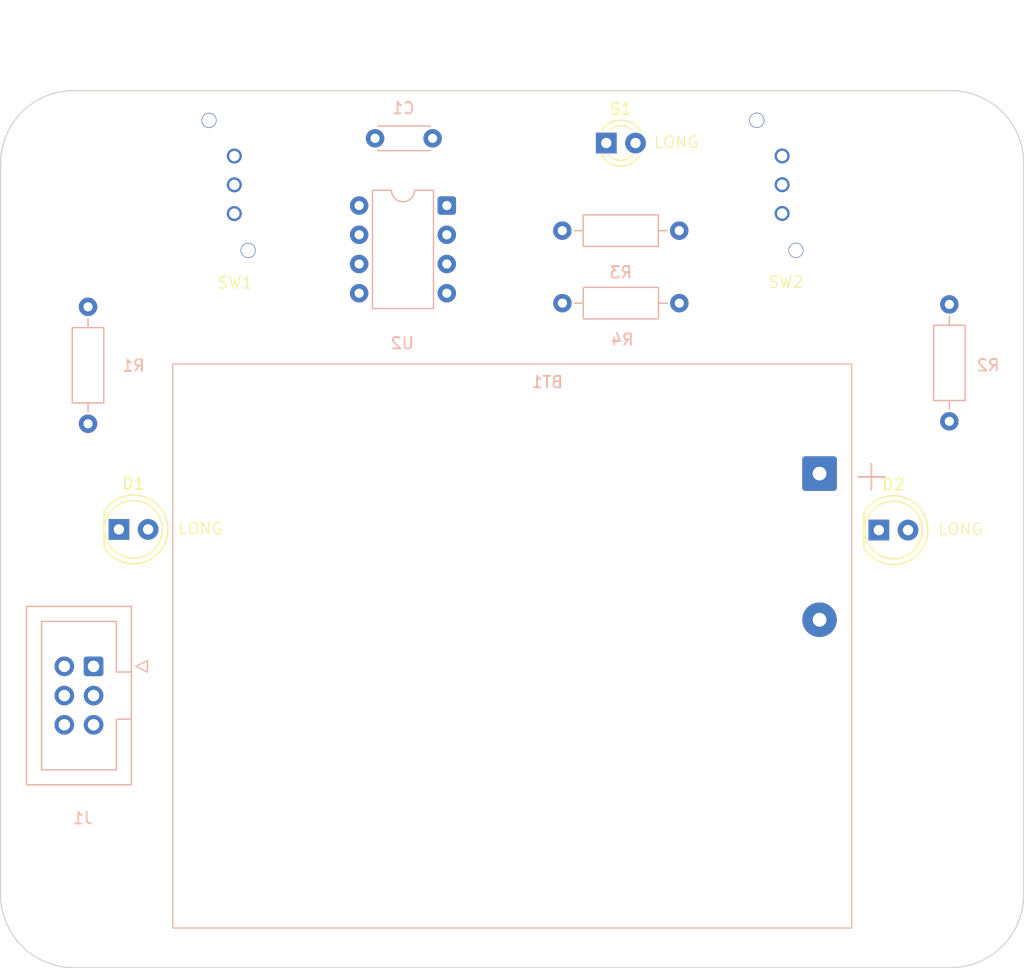
<source format=kicad_pcb>
(kicad_pcb (version 20241229) (generator "pcbnew") (generator_version "9.0")
  (layers (0 "F.Cu" signal) (2 "B.Cu" signal) (13 "F.Paste" user) (15 "B.Paste" user) (5 "F.SilkS" user "F.Silkscreen") (7 "B.SilkS" user "B.Silkscreen") (1 "F.Mask" user) (3 "B.Mask" user) (25 "Edge.Cuts" user))
  (net 0 "")
  (net 1 "GND")
  (net 2 "Net-(BT1-+)")
  (net 3 "VCC")
  (net 4 "Net-(D1-A)")
  (net 5 "/MISO")
  (net 6 "/~{RST}")
  (net 7 "/SCK")
  (net 8 "/MOSI")
  (net 9 "Net-(U2-XTAL1{slash}PB3)")
  (net 10 "Net-(U2-XTAL2{slash}PB4)")
  (net 11 "Net-(D2-A)")
  (footprint "GS_Parts:LED_D5.0mm" (layer "F.Cu") (at 25.83 60.03)
    (property "Reference" "D1" (at 1.27 -3.96 0) (layer "F.SilkS"))
    (property "Value" "LED, QBL8XX60Y Series")
    (fp_line (start -1.29 -1.545) (end -1.29 1.545) (stroke (width 0.12)) (layer "F.SilkS"))
    (fp_arc (start -1.29 -1.54483) (mid 2.071779 -2.880495) (end 4.26 0) (stroke (width 0.12)) (layer "F.SilkS"))
    (fp_arc (start 4.26 0) (mid 2.071779 2.880495) (end -1.29 1.54483) (stroke (width 0.12)) (layer "F.SilkS"))
    (fp_circle (center 1.27 0) (end 3.77 0) (stroke (width 0.12)) (fill no) (layer "F.SilkS"))
    (fp_text user "LONG" (at 5.08 0.508 0) (layer "F.SilkS") (effects (font (thickness 0.1)) (justify left bottom)))
    (pad "1" thru_hole rect (at 0 0) (size 1.8 1.8) (drill 0.9) (layers "*.Cu" "*.Mask") (net 1 "GND"))
    (pad "2" thru_hole circle (at 2.54 0) (size 1.8 1.8) (drill 0.9) (layers "*.Cu" "*.Mask") (net 4 "Net-(D1-A)"))
  )
  (footprint "MountingHole:MountingHole_4.3mm_M4" (layer "F.Cu") (at 20.63 26.98 90)
    (property "Reference" "H2" (hide yes))
    (property "Value" "MountingHole")
    (pad "" np_thru_hole circle (at 0 0 90) (size 4.3 4.3) (drill 4.3) (layers "*.Cu" "*.Mask"))
  )
  (footprint "GS_Parts:THT_TEPT4400" (layer "F.Cu") (at 68.18 26.46)
    (property "Reference" "S1" (at 1.27 -2.96 0) (layer "F.SilkS"))
    (property "Value" "TEPT 4400")
    (fp_line (start -0.29 -1.236) (end -0.29 -1.08) (stroke (width 0.12)) (layer "F.SilkS"))
    (fp_line (start -0.29 1.08) (end -0.29 1.236) (stroke (width 0.12)) (layer "F.SilkS"))
    (fp_arc (start -0.29 -1.235516) (mid 1.36566 -1.987699) (end 2.941437 -1.08) (stroke (width 0.12)) (layer "F.SilkS"))
    (fp_arc (start 0.229039 -1.08) (mid 1.27 -1.5) (end 2.310961 -1.08) (stroke (width 0.12)) (layer "F.SilkS"))
    (fp_arc (start 2.310961 1.08) (mid 1.27 1.5) (end 0.229039 1.08) (stroke (width 0.12)) (layer "F.SilkS"))
    (fp_arc (start 2.941437 1.08) (mid 1.36566 1.987699) (end -0.29 1.235516) (stroke (width 0.12)) (layer "F.SilkS"))
    (fp_text user "LONG" (at 4.064 0.508 0) (layer "F.SilkS") (effects (font (thickness 0.1)) (justify left bottom)))
    (pad "1" thru_hole rect (at 0 0) (size 1.8 1.8) (drill 0.9) (layers "*.Cu" "*.Mask") (net 5 "/MISO"))
    (pad "2" thru_hole circle (at 2.54 0) (size 1.8 1.8) (drill 0.9) (layers "*.Cu" "*.Mask") (net 1 "GND"))
  )
  (footprint "GS_Parts:LC 1258" (layer "F.Cu") (at 83.46 30.08 90)
    (property "Reference" "SW2" (at -8.46 0.33 0) (layer "F.SilkS") (effects (font (thickness 0.1))))
    (property "Value" "SW_SPST")
    (pad "" np_thru_hole circle (at -5.7 1.2 90) (size 1.3 1.3) (drill 1.2) (layers "*.Cu" "*.Mask"))
    (pad "" np_thru_hole circle (at 5.6 -2.2 90) (size 1.3 1.3) (drill 1.2) (layers "*.Cu" "*.Mask"))
    (pad "1" thru_hole circle (at 0 0 90) (size 1.3 1.3) (drill 0.9) (layers "*.Cu" "*.Mask") (net 2 "Net-(BT1-+)"))
    (pad "2" thru_hole circle (at 2.5 0 90) (size 1.3 1.3) (drill 0.9) (layers "*.Cu" "*.Mask") (net 3 "VCC"))
    (pad "3" thru_hole circle (at -2.5 0 90) (size 1.3 1.3) (drill 0.9) (layers "*.Cu" "*.Mask"))
  )
  (footprint "MountingHole:MountingHole_4.3mm_M4" (layer "F.Cu") (at 99.37 93.02 90)
    (property "Reference" "H4" (hide yes))
    (property "Value" "MountingHole")
    (pad "" np_thru_hole circle (at 0 0 90) (size 4.3 4.3) (drill 4.3) (layers "*.Cu" "*.Mask"))
  )
  (footprint "MountingHole:MountingHole_4.3mm_M4" (layer "F.Cu") (at 99.37 26.98 90)
    (property "Reference" "H3" (hide yes))
    (property "Value" "MountingHole")
    (pad "" np_thru_hole circle (at 0 0 90) (size 4.3 4.3) (drill 4.3) (layers "*.Cu" "*.Mask"))
  )
  (footprint "GS_Parts:LED_D5.0mm" (layer "F.Cu") (at 91.86 60.09)
    (property "Reference" "D2" (at 1.27 -3.96 0) (layer "F.SilkS"))
    (property "Value" "LED, QBL8XX60Y Series")
    (fp_line (start -1.29 -1.545) (end -1.29 1.545) (stroke (width 0.12)) (layer "F.SilkS"))
    (fp_arc (start -1.29 -1.54483) (mid 2.071779 -2.880495) (end 4.26 0) (stroke (width 0.12)) (layer "F.SilkS"))
    (fp_arc (start 4.26 0) (mid 2.071779 2.880495) (end -1.29 1.54483) (stroke (width 0.12)) (layer "F.SilkS"))
    (fp_circle (center 1.27 0) (end 3.77 0) (stroke (width 0.12)) (fill no) (layer "F.SilkS"))
    (fp_text user "LONG" (at 5.08 0.508 0) (layer "F.SilkS") (effects (font (thickness 0.1)) (justify left bottom)))
    (pad "1" thru_hole rect (at 0 0) (size 1.8 1.8) (drill 0.9) (layers "*.Cu" "*.Mask") (net 1 "GND"))
    (pad "2" thru_hole circle (at 2.54 0) (size 1.8 1.8) (drill 0.9) (layers "*.Cu" "*.Mask") (net 11 "Net-(D2-A)"))
  )
  (footprint "GS_Parts:LC 1258" (layer "F.Cu") (at 35.86 30.09 90)
    (property "Reference" "SW1" (at -8.51 0.05 0) (layer "F.SilkS") (effects (font (thickness 0.1))))
    (property "Value" "SW_Push")
    (pad "" np_thru_hole circle (at -5.7 1.2 90) (size 1.3 1.3) (drill 1.2) (layers "*.Cu" "*.Mask"))
    (pad "" np_thru_hole circle (at 5.6 -2.2 90) (size 1.3 1.3) (drill 1.2) (layers "*.Cu" "*.Mask"))
    (pad "1" thru_hole circle (at 0 0 90) (size 1.3 1.3) (drill 0.9) (layers "*.Cu" "*.Mask") (net 8 "/MOSI"))
    (pad "2" thru_hole circle (at 2.5 0 90) (size 1.3 1.3) (drill 0.9) (layers "*.Cu" "*.Mask") (net 1 "GND"))
    (pad "3" thru_hole circle (at -2.5 0 90) (size 1.3 1.3) (drill 0.9) (layers "*.Cu" "*.Mask"))
  )
  (footprint "MountingHole:MountingHole_4.3mm_M4" (layer "F.Cu") (at 20.63 93.02 90)
    (property "Reference" "H1" (hide yes))
    (property "Value" "MountingHole")
    (pad "" np_thru_hole circle (at 0 0 90) (size 4.3 4.3) (drill 4.3) (layers "*.Cu" "*.Mask"))
  )
  (footprint "GS_Parts:BatteryHolder_Keystone_2464" (layer "B.Cu") (at 86.71 55.18 180)
    (property "Reference" "BT1" (at 23.66 7.95 0) (layer "B.SilkS") (effects (justify mirror)))
    (property "Value" "Battery")
    (fp_rect (start -2.8 9.514) (end 56.2 -39.486) (stroke (width 0.1)) (fill no) (layer "B.SilkS"))
    (fp_text user "+" (at -4.5 -0.05 0) (layer "B.SilkS") (effects (font (size 3 3)) (justify mirror)))
    (pad "" np_thru_hole circle (at 26.7 -30 180) (size 3.45 3.45) (drill 3.5) (layers "*.Cu" "*.Mask"))
    (pad "" np_thru_hole circle (at 26.7 0 180) (size 3.45 3.45) (drill 3.5) (layers "*.Cu" "*.Mask"))
    (pad "1" thru_hole roundrect (at 0 0 180) (size 3 3) (drill 1.2) (layers "*.Cu" "*.Mask") (roundrect_rratio 0.083333) (net 2 "Net-(BT1-+)"))
    (pad "2" thru_hole circle (at 0 -12.7 180) (size 3 3) (drill 1.2) (layers "*.Cu" "*.Mask") (net 1 "GND"))
  )
  (footprint "Package_DIP:DIP-8_W7.62mm" (layer "B.Cu") (at 54.325 31.89 180)
    (property "Reference" "U2" (at 3.865 -11.96 0) (layer "B.SilkS") (effects (justify mirror)))
    (property "Value" "ATtiny85V-10P")
    (fp_line (start 6.46 1.33) (end 4.81 1.33) (stroke (width 0.12)) (layer "B.SilkS"))
    (fp_line (start 6.46 -8.95) (end 6.46 1.33) (stroke (width 0.12)) (layer "B.SilkS"))
    (fp_line (start 2.81 1.33) (end 1.16 1.33) (stroke (width 0.12)) (layer "B.SilkS"))
    (fp_line (start 1.16 1.33) (end 1.16 -8.95) (stroke (width 0.12)) (layer "B.SilkS"))
    (fp_line (start 1.16 -8.95) (end 6.46 -8.95) (stroke (width 0.12)) (layer "B.SilkS"))
    (fp_arc (start 2.81 1.33) (mid 3.81 0.33) (end 4.81 1.33) (stroke (width 0.12)) (layer "B.SilkS"))
    (pad "1" thru_hole roundrect (at 0 0 180) (size 1.6 1.6) (drill 0.8) (layers "*.Cu" "*.Mask") (roundrect_rratio 0.15625) (net 6 "/~{RST}"))
    (pad "2" thru_hole circle (at 0 -2.54 180) (size 1.6 1.6) (drill 0.8) (layers "*.Cu" "*.Mask") (net 9 "Net-(U2-XTAL1{slash}PB3)"))
    (pad "3" thru_hole circle (at 0 -5.08 180) (size 1.6 1.6) (drill 0.8) (layers "*.Cu" "*.Mask") (net 10 "Net-(U2-XTAL2{slash}PB4)"))
    (pad "4" thru_hole circle (at 0 -7.62 180) (size 1.6 1.6) (drill 0.8) (layers "*.Cu" "*.Mask") (net 1 "GND"))
    (pad "5" thru_hole circle (at 7.62 -7.62 180) (size 1.6 1.6) (drill 0.8) (layers "*.Cu" "*.Mask") (net 8 "/MOSI"))
    (pad "6" thru_hole circle (at 7.62 -5.08 180) (size 1.6 1.6) (drill 0.8) (layers "*.Cu" "*.Mask") (net 5 "/MISO"))
    (pad "7" thru_hole circle (at 7.62 -2.54 180) (size 1.6 1.6) (drill 0.8) (layers "*.Cu" "*.Mask") (net 7 "/SCK"))
    (pad "8" thru_hole circle (at 7.62 0 180) (size 1.6 1.6) (drill 0.8) (layers "*.Cu" "*.Mask") (net 3 "VCC"))
  )
  (footprint "Resistor_THT:R_Axial_DIN0207_L6.3mm_D2.5mm_P10.16mm_Horizontal" (layer "B.Cu") (at 64.37 40.37)
    (property "Reference" "R4" (at 5.2 3.18 0) (layer "B.SilkS") (effects (justify mirror)))
    (property "Value" "R_US")
    (fp_line (start 1.04 0) (end 1.81 0) (stroke (width 0.12)) (layer "B.SilkS"))
    (fp_line (start 9.12 0) (end 8.35 0) (stroke (width 0.12)) (layer "B.SilkS"))
    (fp_rect (start 1.81 1.37) (end 8.35 -1.37) (stroke (width 0.12)) (fill no) (layer "B.SilkS"))
    (pad "1" thru_hole circle (at 0 0) (size 1.6 1.6) (drill 0.8) (layers "*.Cu" "*.Mask") (net 6 "/~{RST}"))
    (pad "2" thru_hole circle (at 10.16 0) (size 1.6 1.6) (drill 0.8) (layers "*.Cu" "*.Mask") (net 3 "VCC"))
  )
  (footprint "Capacitor_THT:C_Disc_D4.3mm_W1.9mm_P5.00mm" (layer "B.Cu") (at 48.09 26.05)
    (property "Reference" "C1" (at 2.46 -2.62 0) (layer "B.SilkS") (effects (justify mirror)))
    (property "Value" ".1 uf")
    (fp_line (start 0.23 1.014) (end 0.23 1.07) (stroke (width 0.12)) (layer "B.SilkS"))
    (fp_line (start 0.23 1.07) (end 4.77 1.07) (stroke (width 0.12)) (layer "B.SilkS"))
    (fp_line (start 4.77 -1.07) (end 0.23 -1.07) (stroke (width 0.12)) (layer "B.SilkS"))
    (fp_line (start 4.77 -1.014) (end 4.77 -1.07) (stroke (width 0.12)) (layer "B.SilkS"))
    (pad "1" thru_hole circle (at 0 0) (size 1.6 1.6) (drill 0.8) (layers "*.Cu" "*.Mask") (net 3 "VCC"))
    (pad "2" thru_hole circle (at 5 0) (size 1.6 1.6) (drill 0.8) (layers "*.Cu" "*.Mask") (net 1 "GND"))
  )
  (footprint "Resistor_THT:R_Axial_DIN0207_L6.3mm_D2.5mm_P10.16mm_Horizontal" (layer "B.Cu") (at 97.99 50.64 90)
    (property "Reference" "R2" (at 4.87 3.37 0) (layer "B.SilkS") (effects (justify mirror)))
    (property "Value" "91 Ohms")
    (fp_line (start 9.12 0) (end 8.35 0) (stroke (width 0.12)) (layer "B.SilkS"))
    (fp_line (start 1.04 0) (end 1.81 0) (stroke (width 0.12)) (layer "B.SilkS"))
    (fp_rect (start 1.81 1.37) (end 8.35 -1.37) (stroke (width 0.12)) (fill no) (layer "B.SilkS"))
    (pad "1" thru_hole circle (at 0 0 90) (size 1.6 1.6) (drill 0.8) (layers "*.Cu" "*.Mask") (net 11 "Net-(D2-A)"))
    (pad "2" thru_hole circle (at 10.16 0 90) (size 1.6 1.6) (drill 0.8) (layers "*.Cu" "*.Mask") (net 10 "Net-(U2-XTAL2{slash}PB4)"))
  )
  (footprint "Resistor_THT:R_Axial_DIN0207_L6.3mm_D2.5mm_P10.16mm_Horizontal" (layer "B.Cu") (at 74.52 34.07 180)
    (property "Reference" "R3" (at 5.08 -3.63 0) (layer "B.SilkS") (effects (justify mirror)))
    (property "Value" "10K")
    (fp_line (start 9.12 0) (end 8.35 0) (stroke (width 0.12)) (layer "B.SilkS"))
    (fp_line (start 1.04 0) (end 1.81 0) (stroke (width 0.12)) (layer "B.SilkS"))
    (fp_rect (start 1.81 1.37) (end 8.35 -1.37) (stroke (width 0.12)) (fill no) (layer "B.SilkS"))
    (pad "1" thru_hole circle (at 0 0 180) (size 1.6 1.6) (drill 0.8) (layers "*.Cu" "*.Mask") (net 3 "VCC"))
    (pad "2" thru_hole circle (at 10.16 0 180) (size 1.6 1.6) (drill 0.8) (layers "*.Cu" "*.Mask") (net 5 "/MISO"))
  )
  (footprint "Resistor_THT:R_Axial_DIN0207_L6.3mm_D2.5mm_P10.16mm_Horizontal" (layer "B.Cu") (at 23.15 50.85 90)
    (property "Reference" "R1" (at 5.05 3.94 0) (layer "B.SilkS") (effects (justify mirror)))
    (property "Value" "91 Ohms")
    (fp_line (start 9.12 0) (end 8.35 0) (stroke (width 0.12)) (layer "B.SilkS"))
    (fp_line (start 1.04 0) (end 1.81 0) (stroke (width 0.12)) (layer "B.SilkS"))
    (fp_rect (start 1.81 1.37) (end 8.35 -1.37) (stroke (width 0.12)) (fill no) (layer "B.SilkS"))
    (pad "1" thru_hole circle (at 0 0 90) (size 1.6 1.6) (drill 0.8) (layers "*.Cu" "*.Mask") (net 4 "Net-(D1-A)"))
    (pad "2" thru_hole circle (at 10.16 0 90) (size 1.6 1.6) (drill 0.8) (layers "*.Cu" "*.Mask") (net 9 "Net-(U2-XTAL1{slash}PB3)"))
  )
  (footprint "Connector_IDC:IDC-Header_2x03_P2.54mm_Vertical" (layer "B.Cu") (at 23.63 71.93 180)
    (property "Reference" "J1" (at 0.94 -13.19 0) (layer "B.SilkS") (effects (justify mirror)))
    (property "Value" "AVR-ISP-6")
    (fp_line (start 5.83 5.21) (end 5.83 -10.29) (stroke (width 0.12)) (layer "B.SilkS"))
    (fp_line (start 5.83 -10.29) (end -3.29 -10.29) (stroke (width 0.12)) (layer "B.SilkS"))
    (fp_line (start 4.52 3.91) (end 4.52 -8.99) (stroke (width 0.12)) (layer "B.SilkS"))
    (fp_line (start 4.52 -8.99) (end -1.98 -8.99) (stroke (width 0.12)) (layer "B.SilkS"))
    (fp_line (start -1.98 3.91) (end 4.52 3.91) (stroke (width 0.12)) (layer "B.SilkS"))
    (fp_line (start -1.98 -0.49) (end -1.98 3.91) (stroke (width 0.12)) (layer "B.SilkS"))
    (fp_line (start -1.98 -4.59) (end -3.29 -4.59) (stroke (width 0.12)) (layer "B.SilkS"))
    (fp_line (start -1.98 -8.99) (end -1.98 -4.59) (stroke (width 0.12)) (layer "B.SilkS"))
    (fp_line (start -3.29 5.21) (end 5.83 5.21) (stroke (width 0.12)) (layer "B.SilkS"))
    (fp_line (start -3.29 -0.49) (end -1.98 -0.49) (stroke (width 0.12)) (layer "B.SilkS"))
    (fp_line (start -3.29 -10.29) (end -3.29 5.21) (stroke (width 0.12)) (layer "B.SilkS"))
    (fp_line (start -3.68 0) (end -4.68 0.5) (stroke (width 0.12)) (layer "B.SilkS"))
    (fp_line (start -4.68 0.5) (end -4.68 -0.5) (stroke (width 0.12)) (layer "B.SilkS"))
    (fp_line (start -4.68 -0.5) (end -3.68 0) (stroke (width 0.12)) (layer "B.SilkS"))
    (pad "1" thru_hole roundrect (at 0 0 180) (size 1.7 1.7) (drill 1) (layers "*.Cu" "*.Mask") (roundrect_rratio 0.147059) (net 5 "/MISO"))
    (pad "2" thru_hole circle (at 2.54 0 180) (size 1.7 1.7) (drill 1) (layers "*.Cu" "*.Mask") (net 3 "VCC"))
    (pad "3" thru_hole circle (at 0 -2.54 180) (size 1.7 1.7) (drill 1) (layers "*.Cu" "*.Mask") (net 7 "/SCK"))
    (pad "4" thru_hole circle (at 2.54 -2.54 180) (size 1.7 1.7) (drill 1) (layers "*.Cu" "*.Mask") (net 8 "/MOSI"))
    (pad "5" thru_hole circle (at 0 -5.08 180) (size 1.7 1.7) (drill 1) (layers "*.Cu" "*.Mask") (net 6 "/~{RST}"))
    (pad "6" thru_hole circle (at 2.54 -5.08 180) (size 1.7 1.7) (drill 1) (layers "*.Cu" "*.Mask") (net 1 "GND"))
  )
  (gr_line (start 15.55 28.25) (end 15.55 91.75) (stroke (width 0.1)) (layer "Edge.Cuts"))
  (gr_line (start 98.1 21.9) (end 21.9 21.9) (stroke (width 0.1)) (layer "Edge.Cuts"))
  (gr_arc (start 21.9 98.1) (mid 17.409872 96.240128) (end 15.55 91.75) (stroke (width 0.1)) (layer "Edge.Cuts"))
  (gr_arc (start 98.1 21.9) (mid 102.590128 23.759872) (end 104.45 28.25) (stroke (width 0.1)) (layer "Edge.Cuts"))
  (gr_line (start 21.9 98.1) (end 98.1 98.1) (stroke (width 0.1)) (layer "Edge.Cuts"))
  (gr_arc (start 104.45 91.75) (mid 102.590128 96.240128) (end 98.1 98.1) (stroke (width 0.1)) (layer "Edge.Cuts"))
  (gr_line (start 104.45 91.75) (end 104.45 28.25) (stroke (width 0.1)) (layer "Edge.Cuts"))
  (gr_arc (start 15.55 28.25) (mid 17.409872 23.759872) (end 21.9 21.9) (stroke (width 0.1)) (layer "Edge.Cuts"))
)
</source>
